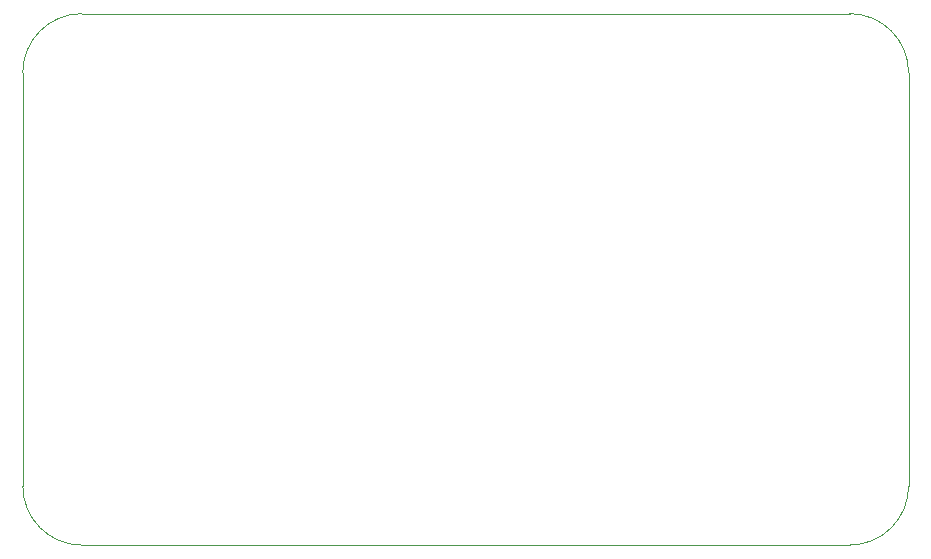
<source format=gm1>
%TF.GenerationSoftware,KiCad,Pcbnew,7.0.7*%
%TF.CreationDate,2023-08-30T15:56:40-04:00*%
%TF.ProjectId,RailSplitter,5261696c-5370-46c6-9974-7465722e6b69,rev?*%
%TF.SameCoordinates,Original*%
%TF.FileFunction,Profile,NP*%
%FSLAX46Y46*%
G04 Gerber Fmt 4.6, Leading zero omitted, Abs format (unit mm)*
G04 Created by KiCad (PCBNEW 7.0.7) date 2023-08-30 15:56:40*
%MOMM*%
%LPD*%
G01*
G04 APERTURE LIST*
%TA.AperFunction,Profile*%
%ADD10C,0.100000*%
%TD*%
G04 APERTURE END LIST*
D10*
X165000000Y-140000000D02*
X100000000Y-140000000D01*
X165000000Y-140000000D02*
G75*
G03*
X170000000Y-135000000I0J5000000D01*
G01*
X95000000Y-135000000D02*
G75*
G03*
X100000000Y-140000000I5000000J0D01*
G01*
X95000000Y-100000000D02*
X95000000Y-135000000D01*
X170000000Y-100000000D02*
X170000000Y-135000000D01*
X170000000Y-100000000D02*
G75*
G03*
X165000000Y-95000000I-5000000J0D01*
G01*
X100000000Y-95000000D02*
X165000000Y-95000000D01*
X100000000Y-95000000D02*
G75*
G03*
X95000000Y-100000000I0J-5000000D01*
G01*
M02*

</source>
